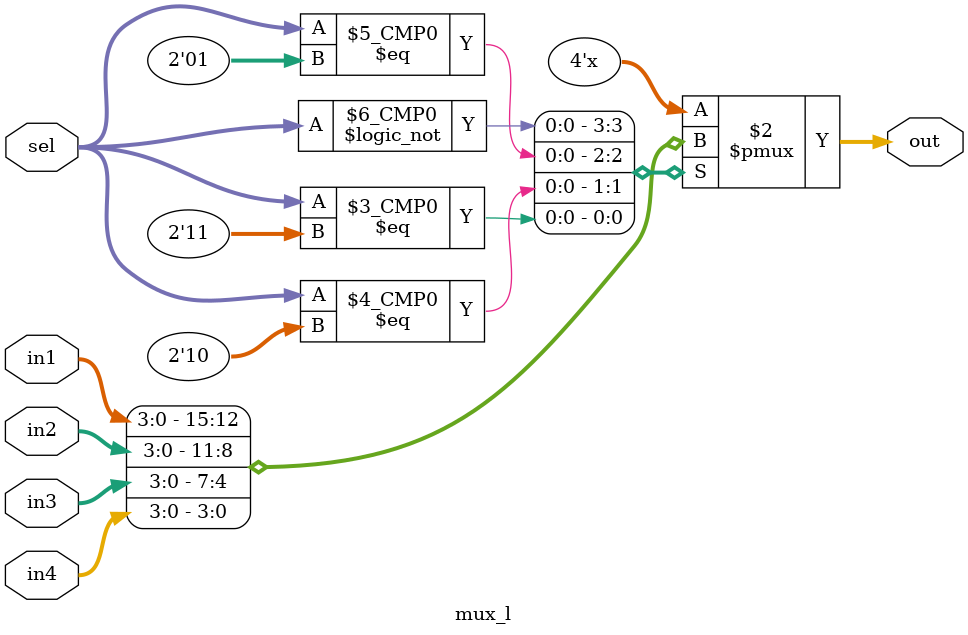
<source format=v>
`timescale 1ns / 1ps


module mux_l(input [1:0] sel,
             input [3:0] in1, in2, in3, in4,
             output reg [3:0] out);

always @(sel, in1, in2, in3, in4)
begin
    case(sel)
        2'b00: out = in1;
        2'b01: out = in2;
        2'b10: out = in3;
        2'b11: out = in4;
    endcase
end
endmodule

</source>
